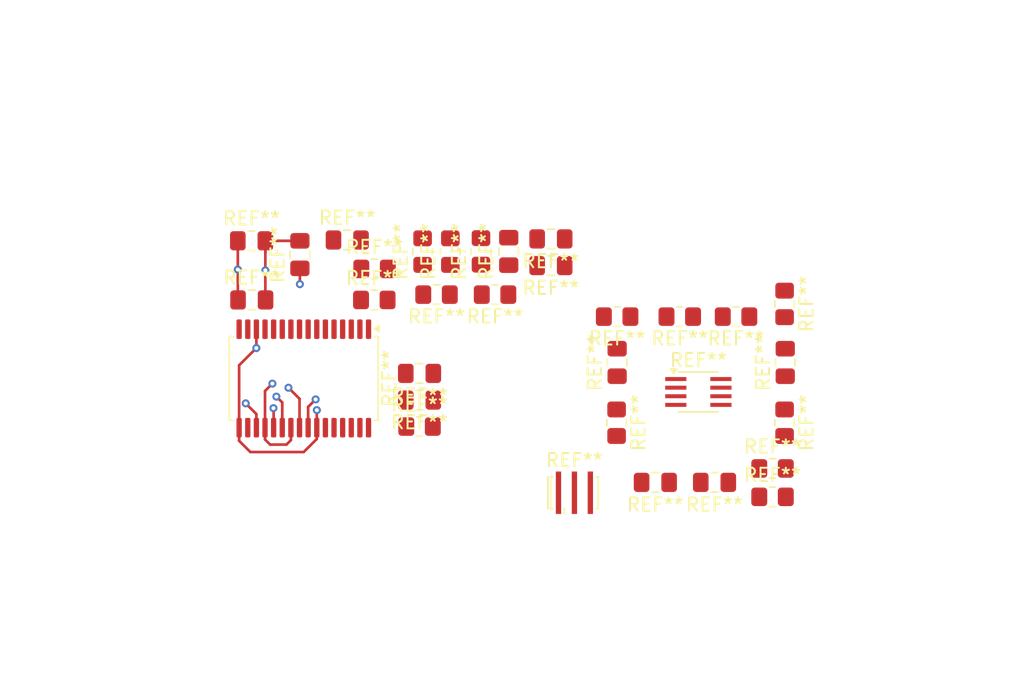
<source format=kicad_pcb>
(kicad_pcb (version 20240108) (generator "pcbnew") (generator_version "8.0")
  (layers (0 "F.Cu" signal) (31 "B.Cu" signal) (34 "B.Paste" user) (35 "F.Paste" user) (36 "B.SilkS" user "B.Silkscreen") (37 "F.SilkS" user "F.Silkscreen") (38 "B.Mask" user) (39 "F.Mask" user) (44 "Edge.Cuts" user))
  (net 0 "")
  (footprint "Resistor_SMD:R_0805_2012Metric_Pad1.20x1.40mm_HandSolder" (layer "F.Cu") (at 163.7 72.5 -90)
    (property "Reference" "REF**" (at 0 -1.65 90) (layer "F.SilkS"))
    (property "Value" "R_0805_2012Metric_Pad1.20x1.40mm_HandSolder")
    (fp_line (start -0.227064 0.735) (end 0.227064 0.735) (stroke (width 0.12)) (layer "F.SilkS"))
    (fp_line (start -0.227064 -0.735) (end 0.227064 -0.735) (stroke (width 0.12)) (layer "F.SilkS"))
    (pad "1" smd roundrect (at -1 0 270) (size 1.2 1.4) (layers "F.Cu" "F.Paste" "F.Mask") (roundrect_rratio 0.208333))
    (pad "2" smd roundrect (at 1 0 270) (size 1.2 1.4) (layers "F.Cu" "F.Paste" "F.Mask") (roundrect_rratio 0.208333))
  )
  (footprint "Capacitor_SMD:C_0805_2012Metric_Pad1.18x1.45mm_HandSolder" (layer "F.Cu") (at 153.96 85.957874 180)
    (property "Reference" "REF**" (at 0 -1.68 360) (layer "F.SilkS"))
    (property "Value" "C_0805_2012Metric_Pad1.18x1.45mm_HandSolder")
    (fp_line (start -0.261252 0.735) (end 0.261252 0.735) (stroke (width 0.12)) (layer "F.SilkS"))
    (fp_line (start -0.261252 -0.735) (end 0.261252 -0.735) (stroke (width 0.12)) (layer "F.SilkS"))
    (pad "1" smd roundrect (at -1.0375 0 180) (size 1.175 1.45) (layers "F.Cu" "F.Paste" "F.Mask") (roundrect_rratio 0.212766))
    (pad "2" smd roundrect (at 1.0375 0 180) (size 1.175 1.45) (layers "F.Cu" "F.Paste" "F.Mask") (roundrect_rratio 0.212766))
  )
  (footprint "Capacitor_SMD:C_0805_2012Metric_Pad1.18x1.45mm_HandSolder" (layer "F.Cu") (at 146.09 69.61 180)
    (property "Reference" "REF**" (at 0 -1.68 360) (layer "F.SilkS"))
    (property "Value" "C_0805_2012Metric_Pad1.18x1.45mm_HandSolder")
    (fp_line (start -0.261252 0.735) (end 0.261252 0.735) (stroke (width 0.12)) (layer "F.SilkS"))
    (fp_line (start -0.261252 -0.735) (end 0.261252 -0.735) (stroke (width 0.12)) (layer "F.SilkS"))
    (pad "1" smd roundrect (at -1.0375 0 180) (size 1.175 1.45) (layers "F.Cu" "F.Paste" "F.Mask") (roundrect_rratio 0.212766))
    (pad "2" smd roundrect (at 1.0375 0 180) (size 1.175 1.45) (layers "F.Cu" "F.Paste" "F.Mask") (roundrect_rratio 0.212766))
  )
  (footprint "Capacitor_SMD:C_0805_2012Metric_Pad1.18x1.45mm_HandSolder" (layer "F.Cu") (at 123.55 72.2)
    (property "Reference" "REF**" (at 0 -1.68 0) (layer "F.SilkS"))
    (property "Value" "C_0805_2012Metric_Pad1.18x1.45mm_HandSolder")
    (fp_line (start -0.261252 -0.735) (end 0.261252 -0.735) (stroke (width 0.12)) (layer "F.SilkS"))
    (fp_line (start -0.261252 0.735) (end 0.261252 0.735) (stroke (width 0.12)) (layer "F.SilkS"))
    (pad "1" smd roundrect (at -1.0375 0) (size 1.175 1.45) (layers "F.Cu" "F.Paste" "F.Mask") (roundrect_rratio 0.212766))
    (pad "2" smd roundrect (at 1.0375 0) (size 1.175 1.45) (layers "F.Cu" "F.Paste" "F.Mask") (roundrect_rratio 0.212766))
  )
  (footprint "Resistor_SMD:R_0805_2012Metric_Pad1.20x1.40mm_HandSolder" (layer "F.Cu") (at 162.79 87.05)
    (property "Reference" "REF**" (at 0 -1.65 360) (layer "F.SilkS"))
    (property "Value" "R_0805_2012Metric_Pad1.20x1.40mm_HandSolder")
    (fp_line (start -0.227064 -0.735) (end 0.227064 -0.735) (stroke (width 0.12)) (layer "F.SilkS"))
    (fp_line (start -0.227064 0.735) (end 0.227064 0.735) (stroke (width 0.12)) (layer "F.SilkS"))
    (pad "1" smd roundrect (at -1 0) (size 1.2 1.4) (layers "F.Cu" "F.Paste" "F.Mask") (roundrect_rratio 0.208333))
    (pad "2" smd roundrect (at 1 0) (size 1.2 1.4) (layers "F.Cu" "F.Paste" "F.Mask") (roundrect_rratio 0.208333))
  )
  (footprint "Capacitor_SMD:C_0805_2012Metric_Pad1.18x1.45mm_HandSolder" (layer "F.Cu") (at 163.748385 76.915263 90)
    (property "Reference" "REF**" (at 0 -1.68 90) (layer "F.SilkS"))
    (property "Value" "C_0805_2012Metric_Pad1.18x1.45mm_HandSolder")
    (fp_line (start -0.261252 -0.735) (end 0.261252 -0.735) (stroke (width 0.12)) (layer "F.SilkS"))
    (fp_line (start -0.261252 0.735) (end 0.261252 0.735) (stroke (width 0.12)) (layer "F.SilkS"))
    (pad "1" smd roundrect (at -1.0375 0 90) (size 1.175 1.45) (layers "F.Cu" "F.Paste" "F.Mask") (roundrect_rratio 0.212766))
    (pad "2" smd roundrect (at 1.0375 0 90) (size 1.175 1.45) (layers "F.Cu" "F.Paste" "F.Mask") (roundrect_rratio 0.212766))
  )
  (footprint "Resistor_SMD:R_0805_2012Metric_Pad1.20x1.40mm_HandSolder" (layer "F.Cu") (at 155.8 73.46 180)
    (property "Reference" "REF**" (at 0 -1.65 360) (layer "F.SilkS"))
    (property "Value" "R_0805_2012Metric_Pad1.20x1.40mm_HandSolder")
    (fp_line (start -0.227064 0.735) (end 0.227064 0.735) (stroke (width 0.12)) (layer "F.SilkS"))
    (fp_line (start -0.227064 -0.735) (end 0.227064 -0.735) (stroke (width 0.12)) (layer "F.SilkS"))
    (pad "1" smd roundrect (at -1 0 180) (size 1.2 1.4) (layers "F.Cu" "F.Paste" "F.Mask") (roundrect_rratio 0.208333))
    (pad "2" smd roundrect (at 1 0 180) (size 1.2 1.4) (layers "F.Cu" "F.Paste" "F.Mask") (roundrect_rratio 0.208333))
  )
  (footprint "Resistor_SMD:R_0805_2012Metric_Pad1.20x1.40mm_HandSolder" (layer "F.Cu") (at 140.82 68.539311 90)
    (property "Reference" "REF**" (at 0 -1.65 90) (layer "F.SilkS"))
    (property "Value" "R_0805_2012Metric_Pad1.20x1.40mm_HandSolder")
    (fp_line (start -0.227064 -0.735) (end 0.227064 -0.735) (stroke (width 0.12)) (layer "F.SilkS"))
    (fp_line (start -0.227064 0.735) (end 0.227064 0.735) (stroke (width 0.12)) (layer "F.SilkS"))
    (pad "1" smd roundrect (at -1 0 90) (size 1.2 1.4) (layers "F.Cu" "F.Paste" "F.Mask") (roundrect_rratio 0.208333))
    (pad "2" smd roundrect (at 1 0 90) (size 1.2 1.4) (layers "F.Cu" "F.Paste" "F.Mask") (roundrect_rratio 0.208333))
  )
  (footprint "Resistor_SMD:R_0805_2012Metric_Pad1.20x1.40mm_HandSolder" (layer "F.Cu") (at 160.04 73.46 180)
    (property "Reference" "REF**" (at 0 -1.65 360) (layer "F.SilkS"))
    (property "Value" "R_0805_2012Metric_Pad1.20x1.40mm_HandSolder")
    (fp_line (start -0.227064 0.735) (end 0.227064 0.735) (stroke (width 0.12)) (layer "F.SilkS"))
    (fp_line (start -0.227064 -0.735) (end 0.227064 -0.735) (stroke (width 0.12)) (layer "F.SilkS"))
    (pad "1" smd roundrect (at -1 0 180) (size 1.2 1.4) (layers "F.Cu" "F.Paste" "F.Mask") (roundrect_rratio 0.208333))
    (pad "2" smd roundrect (at 1 0 180) (size 1.2 1.4) (layers "F.Cu" "F.Paste" "F.Mask") (roundrect_rratio 0.208333))
  )
  (footprint "Capacitor_SMD:C_0805_2012Metric_Pad1.18x1.45mm_HandSolder" (layer "F.Cu") (at 142.91 68.54 90)
    (property "Reference" "REF**" (at 0 -1.68 90) (layer "F.SilkS"))
    (property "Value" "C_0805_2012Metric_Pad1.18x1.45mm_HandSolder")
    (fp_line (start -0.261252 -0.735) (end 0.261252 -0.735) (stroke (width 0.12)) (layer "F.SilkS"))
    (fp_line (start -0.261252 0.735) (end 0.261252 0.735) (stroke (width 0.12)) (layer "F.SilkS"))
    (pad "1" smd roundrect (at -1.0375 0 90) (size 1.175 1.45) (layers "F.Cu" "F.Paste" "F.Mask") (roundrect_rratio 0.212766))
    (pad "2" smd roundrect (at 1.0375 0 90) (size 1.175 1.45) (layers "F.Cu" "F.Paste" "F.Mask") (roundrect_rratio 0.212766))
  )
  (footprint "Capacitor_SMD:C_0805_2012Metric_Pad1.18x1.45mm_HandSolder" (layer "F.Cu") (at 127.1725 68.78 90)
    (property "Reference" "REF**" (at 0 -1.68 90) (layer "F.SilkS"))
    (property "Value" "C_0805_2012Metric_Pad1.18x1.45mm_HandSolder")
    (fp_line (start -0.261252 -0.735) (end 0.261252 -0.735) (stroke (width 0.12)) (layer "F.SilkS"))
    (fp_line (start -0.261252 0.735) (end 0.261252 0.735) (stroke (width 0.12)) (layer "F.SilkS"))
    (pad "1" smd roundrect (at -1.0375 0 90) (size 1.175 1.45) (layers "F.Cu" "F.Paste" "F.Mask") (roundrect_rratio 0.212766))
    (pad "2" smd roundrect (at 1.0375 0 90) (size 1.175 1.45) (layers "F.Cu" "F.Paste" "F.Mask") (roundrect_rratio 0.212766))
  )
  (footprint "Crystal:Resonator_SMD_Murata_CSTxExxV-3Pin_3.0x1.1mm_HandSoldering" (layer "F.Cu") (at 147.86 86.74)
    (property "Reference" "REF**" (at 0 -2.45 0) (layer "F.SilkS"))
    (property "Value" "Resonator_SMD_Murata_CSTxExxV-3Pin_3.0x1.1mm_HandSoldering")
    (fp_line (start -2 -1.2) (end -2 0.8) (stroke (width 0.12)) (layer "F.SilkS"))
    (fp_line (start -2 0.8) (end -2 1.2) (stroke (width 0.12)) (layer "F.SilkS"))
    (fp_line (start -1.8 -1.2) (end -1.65 -1.2) (stroke (width 0.12)) (layer "F.SilkS"))
    (fp_line (start -1.8 0.8) (end -1.8 -1.2) (stroke (width 0.12)) (layer "F.SilkS"))
    (fp_line (start -1.8 0.8) (end -1.8 1.2) (stroke (width 0.12)) (layer "F.SilkS"))
    (fp_line (start -1.8 1.2) (end -1.65 1.2) (stroke (width 0.12)) (layer "F.SilkS"))
    (fp_line (start -0.75 1.2) (end -0.8 1.2) (stroke (width 0.12)) (layer "F.SilkS"))
    (fp_line (start -0.75 1.2) (end -0.75 1.6) (stroke (width 0.12)) (layer "F.SilkS"))
    (fp_line (start 1.8 -1.2) (end 1.65 -1.2) (stroke (width 0.12)) (layer "F.SilkS"))
    (fp_line (start 1.8 -1.2) (end 1.8 0.8) (stroke (width 0.12)) (layer "F.SilkS"))
    (fp_line (start 1.8 0.8) (end 1.8 1.2) (stroke (width 0.12)) (layer "F.SilkS"))
    (fp_line (start 1.8 1.2) (end 1.65 1.2) (stroke (width 0.12)) (layer "F.SilkS"))
    (pad "1" smd rect (at -1.2 0) (size 0.4 3.2) (layers "F.Cu" "F.Paste" "F.Mask"))
    (pad "2" smd rect (at 0 0) (size 0.4 3.2) (layers "F.Cu" "F.Paste" "F.Mask"))
    (pad "3" smd rect (at 1.2 0) (size 0.4 3.2) (layers "F.Cu" "F.Paste" "F.Mask"))
  )
  (footprint "Resistor_SMD:R_0805_2012Metric_Pad1.20x1.40mm_HandSolder" (layer "F.Cu") (at 132.78 72.2)
    (property "Reference" "REF**" (at 0 -1.65 0) (layer "F.SilkS"))
    (property "Value" "R_0805_2012Metric_Pad1.20x1.40mm_HandSolder")
    (fp_line (start -0.227064 -0.735) (end 0.227064 -0.735) (stroke (width 0.12)) (layer "F.SilkS"))
    (fp_line (start -0.227064 0.735) (end 0.227064 0.735) (stroke (width 0.12)) (layer "F.SilkS"))
    (pad "1" smd roundrect (at -1 0) (size 1.2 1.4) (layers "F.Cu" "F.Paste" "F.Mask") (roundrect_rratio 0.208333))
    (pad "2" smd roundrect (at 1 0) (size 1.2 1.4) (layers "F.Cu" "F.Paste" "F.Mask") (roundrect_rratio 0.208333))
  )
  (footprint "Resistor_SMD:R_0805_2012Metric_Pad1.20x1.40mm_HandSolder" (layer "F.Cu") (at 132.8 69.86)
    (property "Reference" "REF**" (at 0 -1.65 0) (layer "F.SilkS"))
    (property "Value" "R_0805_2012Metric_Pad1.20x1.40mm_HandSolder")
    (fp_line (start -0.227064 -0.735) (end 0.227064 -0.735) (stroke (width 0.12)) (layer "F.SilkS"))
    (fp_line (start -0.227064 0.735) (end 0.227064 0.735) (stroke (width 0.12)) (layer "F.SilkS"))
    (pad "1" smd roundrect (at -1 0) (size 1.2 1.4) (layers "F.Cu" "F.Paste" "F.Mask") (roundrect_rratio 0.208333))
    (pad "2" smd roundrect (at 1 0) (size 1.2 1.4) (layers "F.Cu" "F.Paste" "F.Mask") (roundrect_rratio 0.208333))
  )
  (footprint "Resistor_SMD:R_0805_2012Metric_Pad1.20x1.40mm_HandSolder" (layer "F.Cu") (at 137.47 71.8 180)
    (property "Reference" "REF**" (at 0 -1.65 360) (layer "F.SilkS"))
    (property "Value" "R_0805_2012Metric_Pad1.20x1.40mm_HandSolder")
    (fp_line (start -0.227064 0.735) (end 0.227064 0.735) (stroke (width 0.12)) (layer "F.SilkS"))
    (fp_line (start -0.227064 -0.735) (end 0.227064 -0.735) (stroke (width 0.12)) (layer "F.SilkS"))
    (pad "1" smd roundrect (at -1 0 180) (size 1.2 1.4) (layers "F.Cu" "F.Paste" "F.Mask") (roundrect_rratio 0.208333))
    (pad "2" smd roundrect (at 1 0 180) (size 1.2 1.4) (layers "F.Cu" "F.Paste" "F.Mask") (roundrect_rratio 0.208333))
  )
  (footprint "Capacitor_SMD:C_0805_2012Metric_Pad1.18x1.45mm_HandSolder" (layer "F.Cu") (at 130.7425 67.68)
    (property "Reference" "REF**" (at 0 -1.68 0) (layer "F.SilkS"))
    (property "Value" "C_0805_2012Metric_Pad1.18x1.45mm_HandSolder")
    (fp_line (start -0.261252 -0.735) (end 0.261252 -0.735) (stroke (width 0.12)) (layer "F.SilkS"))
    (fp_line (start -0.261252 0.735) (end 0.261252 0.735) (stroke (width 0.12)) (layer "F.SilkS"))
    (pad "1" smd roundrect (at -1.0375 0) (size 1.175 1.45) (layers "F.Cu" "F.Paste" "F.Mask") (roundrect_rratio 0.212766))
    (pad "2" smd roundrect (at 1.0375 0) (size 1.175 1.45) (layers "F.Cu" "F.Paste" "F.Mask") (roundrect_rratio 0.212766))
  )
  (footprint "Capacitor_SMD:C_0805_2012Metric_Pad1.18x1.45mm_HandSolder" (layer "F.Cu") (at 158.418924 85.957874 180)
    (property "Reference" "REF**" (at 0 -1.68 360) (layer "F.SilkS"))
    (property "Value" "C_0805_2012Metric_Pad1.18x1.45mm_HandSolder")
    (fp_line (start -0.261252 0.735) (end 0.261252 0.735) (stroke (width 0.12)) (layer "F.SilkS"))
    (fp_line (start -0.261252 -0.735) (end 0.261252 -0.735) (stroke (width 0.12)) (layer "F.SilkS"))
    (pad "1" smd roundrect (at -1.0375 0 180) (size 1.175 1.45) (layers "F.Cu" "F.Paste" "F.Mask") (roundrect_rratio 0.212766))
    (pad "2" smd roundrect (at 1.0375 0 180) (size 1.175 1.45) (layers "F.Cu" "F.Paste" "F.Mask") (roundrect_rratio 0.212766))
  )
  (footprint "Resistor_SMD:R_0805_2012Metric_Pad1.20x1.40mm_HandSolder" (layer "F.Cu") (at 138.51 68.555143 90)
    (property "Reference" "REF**" (at 0 -1.65 90) (layer "F.SilkS"))
    (property "Value" "R_0805_2012Metric_Pad1.20x1.40mm_HandSolder")
    (fp_line (start -0.227064 -0.735) (end 0.227064 -0.735) (stroke (width 0.12)) (layer "F.SilkS"))
    (fp_line (start -0.227064 0.735) (end 0.227064 0.735) (stroke (width 0.12)) (layer "F.SilkS"))
    (pad "1" smd roundrect (at -1 0 90) (size 1.2 1.4) (layers "F.Cu" "F.Paste" "F.Mask") (roundrect_rratio 0.208333))
    (pad "2" smd roundrect (at 1 0 90) (size 1.2 1.4) (layers "F.Cu" "F.Paste" "F.Mask") (roundrect_rratio 0.208333))
  )
  (footprint "Resistor_SMD:R_0805_2012Metric_Pad1.20x1.40mm_HandSolder" (layer "F.Cu") (at 151.08 73.46 180)
    (property "Reference" "REF**" (at 0 -1.65 360) (layer "F.SilkS"))
    (property "Value" "R_0805_2012Metric_Pad1.20x1.40mm_HandSolder")
    (fp_line (start -0.227064 0.735) (end 0.227064 0.735) (stroke (width 0.12)) (layer "F.SilkS"))
    (fp_line (start -0.227064 -0.735) (end 0.227064 -0.735) (stroke (width 0.12)) (layer "F.SilkS"))
    (pad "1" smd roundrect (at -1 0 180) (size 1.2 1.4) (layers "F.Cu" "F.Paste" "F.Mask") (roundrect_rratio 0.208333))
    (pad "2" smd roundrect (at 1 0 180) (size 1.2 1.4) (layers "F.Cu" "F.Paste" "F.Mask") (roundrect_rratio 0.208333))
  )
  (footprint "Capacitor_SMD:C_0805_2012Metric_Pad1.18x1.45mm_HandSolder" (layer "F.Cu") (at 136.19 79.75 180)
    (property "Reference" "REF**" (at 0 -1.68 360) (layer "F.SilkS"))
    (property "Value" "C_0805_2012Metric_Pad1.18x1.45mm_HandSolder")
    (fp_line (start -0.261252 0.735) (end 0.261252 0.735) (stroke (width 0.12)) (layer "F.SilkS"))
    (fp_line (start -0.261252 -0.735) (end 0.261252 -0.735) (stroke (width 0.12)) (layer "F.SilkS"))
    (pad "1" smd roundrect (at -1.0375 0 180) (size 1.175 1.45) (layers "F.Cu" "F.Paste" "F.Mask") (roundrect_rratio 0.212766))
    (pad "2" smd roundrect (at 1.0375 0 180) (size 1.175 1.45) (layers "F.Cu" "F.Paste" "F.Mask") (roundrect_rratio 0.212766))
  )
  (footprint "Resistor_SMD:R_0805_2012Metric_Pad1.20x1.40mm_HandSolder" (layer "F.Cu") (at 151.04 81.46 -90)
    (property "Reference" "REF**" (at 0 -1.65 90) (layer "F.SilkS"))
    (property "Value" "R_0805_2012Metric_Pad1.20x1.40mm_HandSolder")
    (fp_line (start -0.227064 0.735) (end 0.227064 0.735) (stroke (width 0.12)) (layer "F.SilkS"))
    (fp_line (start -0.227064 -0.735) (end 0.227064 -0.735) (stroke (width 0.12)) (layer "F.SilkS"))
    (pad "1" smd roundrect (at -1 0 270) (size 1.2 1.4) (layers "F.Cu" "F.Paste" "F.Mask") (roundrect_rratio 0.208333))
    (pad "2" smd roundrect (at 1 0 270) (size 1.2 1.4) (layers "F.Cu" "F.Paste" "F.Mask") (roundrect_rratio 0.208333))
  )
  (footprint "Resistor_SMD:R_0805_2012Metric_Pad1.20x1.40mm_HandSolder" (layer "F.Cu") (at 162.79 84.91)
    (property "Reference" "REF**" (at 0 -1.65 360) (layer "F.SilkS"))
    (property "Value" "R_0805_2012Metric_Pad1.20x1.40mm_HandSolder")
    (fp_line (start -0.227064 -0.735) (end 0.227064 -0.735) (stroke (width 0.12)) (layer "F.SilkS"))
    (fp_line (start -0.227064 0.735) (end 0.227064 0.735) (stroke (width 0.12)) (layer "F.SilkS"))
    (pad "1" smd roundrect (at -1 0) (size 1.2 1.4) (layers "F.Cu" "F.Paste" "F.Mask") (roundrect_rratio 0.208333))
    (pad "2" smd roundrect (at 1 0) (size 1.2 1.4) (layers "F.Cu" "F.Paste" "F.Mask") (roundrect_rratio 0.208333))
  )
  (footprint "Capacitor_SMD:C_0805_2012Metric_Pad1.18x1.45mm_HandSolder" (layer "F.Cu") (at 151.08 76.915263 90)
    (property "Reference" "REF**" (at 0 -1.68 90) (layer "F.SilkS"))
    (property "Value" "C_0805_2012Metric_Pad1.18x1.45mm_HandSolder")
    (fp_line (start -0.261252 -0.735) (end 0.261252 -0.735) (stroke (width 0.12)) (layer "F.SilkS"))
    (fp_line (start -0.261252 0.735) (end 0.261252 0.735) (stroke (width 0.12)) (layer "F.SilkS"))
    (pad "1" smd roundrect (at -1.0375 0 90) (size 1.175 1.45) (layers "F.Cu" "F.Paste" "F.Mask") (roundrect_rratio 0.212766))
    (pad "2" smd roundrect (at 1.0375 0 90) (size 1.175 1.45) (layers "F.Cu" "F.Paste" "F.Mask") (roundrect_rratio 0.212766))
  )
  (footprint "Capacitor_SMD:C_0805_2012Metric_Pad1.18x1.45mm_HandSolder" (layer "F.Cu") (at 146.09 67.6 180)
    (property "Reference" "REF**" (at 0 -1.68 360) (layer "F.SilkS"))
    (property "Value" "C_0805_2012Metric_Pad1.18x1.45mm_HandSolder")
    (fp_line (start -0.261252 0.735) (end 0.261252 0.735) (stroke (width 0.12)) (layer "F.SilkS"))
    (fp_line (start -0.261252 -0.735) (end 0.261252 -0.735) (stroke (width 0.12)) (layer "F.SilkS"))
    (pad "1" smd roundrect (at -1.0375 0 180) (size 1.175 1.45) (layers "F.Cu" "F.Paste" "F.Mask") (roundrect_rratio 0.212766))
    (pad "2" smd roundrect (at 1.0375 0 180) (size 1.175 1.45) (layers "F.Cu" "F.Paste" "F.Mask") (roundrect_rratio 0.212766))
  )
  (footprint "Resistor_SMD:R_0805_2012Metric_Pad1.20x1.40mm_HandSolder" (layer "F.Cu") (at 136.19 81.75)
    (property "Reference" "REF**" (at 0 -1.65 0) (layer "F.SilkS"))
    (property "Value" "R_0805_2012Metric_Pad1.20x1.40mm_HandSolder")
    (fp_line (start -0.227064 -0.735) (end 0.227064 -0.735) (stroke (width 0.12)) (layer "F.SilkS"))
    (fp_line (start -0.227064 0.735) (end 0.227064 0.735) (stroke (width 0.12)) (layer "F.SilkS"))
    (pad "1" smd roundrect (at -1 0) (size 1.2 1.4) (layers "F.Cu" "F.Paste" "F.Mask") (roundrect_rratio 0.208333))
    (pad "2" smd roundrect (at 1 0) (size 1.2 1.4) (layers "F.Cu" "F.Paste" "F.Mask") (roundrect_rratio 0.208333))
  )
  (footprint "Resistor_SMD:R_0805_2012Metric_Pad1.20x1.40mm_HandSolder" (layer "F.Cu") (at 141.88 71.8 180)
    (property "Reference" "REF**" (at 0 -1.65 360) (layer "F.SilkS"))
    (property "Value" "R_0805_2012Metric_Pad1.20x1.40mm_HandSolder")
    (fp_line (start -0.227064 0.735) (end 0.227064 0.735) (stroke (width 0.12)) (layer "F.SilkS"))
    (fp_line (start -0.227064 -0.735) (end 0.227064 -0.735) (stroke (width 0.12)) (layer "F.SilkS"))
    (pad "1" smd roundrect (at -1 0 180) (size 1.2 1.4) (layers "F.Cu" "F.Paste" "F.Mask") (roundrect_rratio 0.208333))
    (pad "2" smd roundrect (at 1 0 180) (size 1.2 1.4) (layers "F.Cu" "F.Paste" "F.Mask") (roundrect_rratio 0.208333))
  )
  (footprint "Resistor_SMD:R_0805_2012Metric_Pad1.20x1.40mm_HandSolder" (layer "F.Cu") (at 136.42079 68.555143 90)
    (property "Reference" "REF**" (at 0 -1.65 90) (layer "F.SilkS"))
    (property "Value" "R_0805_2012Metric_Pad1.20x1.40mm_HandSolder")
    (fp_line (start -0.227064 -0.735) (end 0.227064 -0.735) (stroke (width 0.12)) (layer "F.SilkS"))
    (fp_line (start -0.227064 0.735) (end 0.227064 0.735) (stroke (width 0.12)) (layer "F.SilkS"))
    (pad "1" smd roundrect (at -1 0 90) (size 1.2 1.4) (layers "F.Cu" "F.Paste" "F.Mask") (roundrect_rratio 0.208333))
    (pad "2" smd roundrect (at 1 0 90) (size 1.2 1.4) (layers "F.Cu" "F.Paste" "F.Mask") (roundrect_rratio 0.208333))
  )
  (footprint "Capacitor_SMD:C_0805_2012Metric_Pad1.18x1.45mm_HandSolder" (layer "F.Cu") (at 136.19 77.74 180)
    (property "Reference" "REF**" (at 0 -1.68 360) (layer "F.SilkS"))
    (property "Value" "C_0805_2012Metric_Pad1.18x1.45mm_HandSolder")
    (fp_line (start -0.261252 0.735) (end 0.261252 0.735) (stroke (width 0.12)) (layer "F.SilkS"))
    (fp_line (start -0.261252 -0.735) (end 0.261252 -0.735) (stroke (width 0.12)) (layer "F.SilkS"))
    (pad "1" smd roundrect (at -1.0375 0 180) (size 1.175 1.45) (layers "F.Cu" "F.Paste" "F.Mask") (roundrect_rratio 0.212766))
    (pad "2" smd roundrect (at 1.0375 0 180) (size 1.175 1.45) (layers "F.Cu" "F.Paste" "F.Mask") (roundrect_rratio 0.212766))
  )
  (footprint "Resistor_SMD:R_0805_2012Metric_Pad1.20x1.40mm_HandSolder" (layer "F.Cu") (at 163.7 81.46 -90)
    (property "Reference" "REF**" (at 0 -1.65 90) (layer "F.SilkS"))
    (property "Value" "R_0805_2012Metric_Pad1.20x1.40mm_HandSolder")
    (fp_line (start -0.227064 0.735) (end 0.227064 0.735) (stroke (width 0.12)) (layer "F.SilkS"))
    (fp_line (start -0.227064 -0.735) (end 0.227064 -0.735) (stroke (width 0.12)) (layer "F.SilkS"))
    (pad "1" smd roundrect (at -1 0 270) (size 1.2 1.4) (layers "F.Cu" "F.Paste" "F.Mask") (roundrect_rratio 0.208333))
    (pad "2" smd roundrect (at 1 0 270) (size 1.2 1.4) (layers "F.Cu" "F.Paste" "F.Mask") (roundrect_rratio 0.208333))
  )
  (footprint "Package_SO:TSSOP-32_6.1x11mm_P0.65mm" (layer "F.Cu") (at 127.47 78.12 -90)
    (property "Reference" "REF**" (at 0 -6.45 90) (layer "F.SilkS"))
    (property "Value" "TSSOP-32_6.1x11mm_P0.65mm")
    (fp_line (start -3.16 5.61) (end -3.16 5.335) (stroke (width 0.12)) (layer "F.SilkS"))
    (fp_line (start 0 5.61) (end -3.16 5.61) (stroke (width 0.12)) (layer "F.SilkS"))
    (fp_line (start 0 5.61) (end 3.16 5.61) (stroke (width 0.12)) (layer "F.SilkS"))
    (fp_line (start 3.16 5.61) (end 3.16 5.335) (stroke (width 0.12)) (layer "F.SilkS"))
    (fp_line (start -3.16 -5.61) (end -3.16 -5.335) (stroke (width 0.12)) (layer "F.SilkS"))
    (fp_line (start 0 -5.61) (end -3.16 -5.61) (stroke (width 0.12)) (layer "F.SilkS"))
    (fp_line (start 0 -5.61) (end 3.16 -5.61) (stroke (width 0.12)) (layer "F.SilkS"))
    (fp_line (start 3.16 -5.61) (end 3.16 -5.335) (stroke (width 0.12)) (layer "F.SilkS"))
    (fp_poly (pts (xy -3.75 -5.335) (xy -3.99 -5.665) (xy -3.51 -5.665) (xy -3.75 -5.335)) (stroke (width 0.12)) (fill solid) (layer "F.SilkS"))
    (pad "1" smd roundrect (at -3.7125 -4.875 270) (size 1.475 0.4) (layers "F.Cu" "F.Paste" "F.Mask"))
    (pad "2" smd roundrect (at -3.7125 -4.225 270) (size 1.475 0.4) (layers "F.Cu" "F.Paste" "F.Mask"))
    (pad "3" smd roundrect (at -3.7125 -3.575 270) (size 1.475 0.4) (layers "F.Cu" "F.Paste" "F.Mask"))
    (pad "4" smd roundrect (at -3.7125 -2.925 270) (size 1.475 0.4) (layers "F.Cu" "F.Paste" "F.Mask"))
    (pad "5" smd roundrect (at -3.7125 -2.275 270) (size 1.475 0.4) (layers "F.Cu" "F.Paste" "F.Mask"))
    (pad "6" smd roundrect (at -3.7125 -1.625 270) (size 1.475 0.4) (layers "F.Cu" "F.Paste" "F.Mask"))
    (pad "7" smd roundrect (at -3.7125 -0.975 270) (size 1.475 0.4) (layers "F.Cu" "F.Paste" "F.Mask"))
    (pad "8" smd roundrect (at -3.7125 -0.325 270) (size 1.475 0.4) (layers "F.Cu" "F.Paste" "F.Mask"))
    (pad "9" smd roundrect (at -3.7125 0.325 270) (size 1.475 0.4) (layers "F.Cu" "F.Paste" "F.Mask"))
    (pad "10" smd roundrect (at -3.7125 0.975 270) (size 1.475 0.4) (layers "F.Cu" "F.Paste" "F.Mask"))
    (pad "11" smd roundrect (at -3.7125 1.625 270) (size 1.475 0.4) (layers "F.Cu" "F.Paste" "F.Mask"))
    (pad "12" smd roundrect (at -3.7125 2.275 270) (size 1.475 0.4) (layers "F.Cu" "F.Paste" "F.Mask"))
    (pad "13" smd roundrect (at -3.7125 2.925 270) (size 1.475 0.4) (layers "F.Cu" "F.Paste" "F.Mask"))
    (pad "14" smd roundrect (at -3.7125 3.575 270) (size 1.475 0.4) (layers "F.Cu" "F.Paste" "F.Mask"))
    (pad "15" smd roundrect (at -3.7125 4.225 270) (size 1.475 0.4) (layers "F.Cu" "F.Paste" "F.Mask"))
    (pad "16" smd roundrect (at -3.7125 4.875 270) (size 1.475 0.4) (layers "F.Cu" "F.Paste" "F.Mask"))
    (pad "17" smd roundrect (at 3.7125 4.875 270) (size 1.475 0.4) (layers "F.Cu" "F.Paste" "F.Mask"))
    (pad "18" smd roundrect (at 3.7125 4.225 270) (size 1.475 0.4) (layers "F.Cu" "F.Paste" "F.Mask"))
    (pad "19" smd roundrect (at 3.7125 3.575 270) (size 1.475 0.4) (layers "F.Cu" "F.Paste" "F.Mask"))
    (pad "20" smd roundrect (at 3.7125 2.925 270) (size 1.475 0.4) (layers "F.Cu" "F.Paste" "F.Mask"))
    (pad "21" smd roundrect (at 3.7125 2.275 270) (size 1.475 0.4) (layers "F.Cu" "F.Paste" "F.Mask"))
    (pad "22" smd roundrect (at 3.7125 1.625 270) (size 1.475 0.4) (layers "F.Cu" "F.Paste" "F.Mask"))
    (pad "23" smd roundrect (at 3.7125 0.975 270) (size 1.475 0.4) (layers "F.Cu" "F.Paste" "F.Mask"))
    (pad "24" smd roundrect (at 3.7125 0.325 270) (size 1.475 0.4) (layers "F.Cu" "F.Paste" "F.Mask"))
    (pad "25" smd roundrect (at 3.7125 -0.325 270) (size 1.475 0.4) (layers "F.Cu" "F.Paste" "F.Mask"))
    (pad "26" smd roundrect (at 3.7125 -0.975 270) (size 1.475 0.4) (layers "F.Cu" "F.Paste" "F.Mask"))
    (pad "27" smd roundrect (at 3.7125 -1.625 270) (size 1.475 0.4) (layers "F.Cu" "F.Paste" "F.Mask"))
    (pad "28" smd roundrect (at 3.7125 -2.275 270) (size 1.475 0.4) (layers "F.Cu" "F.Paste" "F.Mask"))
    (pad "29" smd roundrect (at 3.7125 -2.925 270) (size 1.475 0.4) (layers "F.Cu" "F.Paste" "F.Mask"))
    (pad "30" smd roundrect (at 3.7125 -3.575 270) (size 1.475 0.4) (layers "F.Cu" "F.Paste" "F.Mask"))
    (pad "31" smd roundrect (at 3.7125 -4.225 270) (size 1.475 0.4) (layers "F.Cu" "F.Paste" "F.Mask"))
    (pad "32" smd roundrect (at 3.7125 -4.875 270) (size 1.475 0.4) (layers "F.Cu" "F.Paste" "F.Mask"))
  )
  (footprint "Package_SO:SSOP-8_2.95x2.8mm_P0.65mm" (layer "F.Cu") (at 157.2 79.14)
    (property "Reference" "REF**" (at 0 -2.4 0) (layer "F.SilkS"))
    (property "Value" "SSOP-8_2.95x2.8mm_P0.65mm")
    (fp_line (start 1.5 -1.5) (end -1.5 -1.5) (stroke (width 0.12)) (layer "F.SilkS"))
    (fp_line (start 1.5 1.5) (end -1.5 1.5) (stroke (width 0.12)) (layer "F.SilkS"))
    (fp_poly (pts (xy -1.85 -1.4) (xy -2.09 -1.73) (xy -1.61 -1.73) (xy -1.85 -1.4)) (stroke (width 0.12)) (fill solid) (layer "F.SilkS"))
    (pad "1" smd rect (at -1.7 -0.975 270) (size 0.3 1.6) (layers "F.Cu" "F.Paste" "F.Mask"))
    (pad "2" smd rect (at -1.7 -0.325 270) (size 0.3 1.6) (layers "F.Cu" "F.Paste" "F.Mask"))
    (pad "3" smd rect (at -1.7 0.325 270) (size 0.3 1.6) (layers "F.Cu" "F.Paste" "F.Mask"))
    (pad "4" smd rect (at -1.7 0.975 270) (size 0.3 1.6) (layers "F.Cu" "F.Paste" "F.Mask"))
    (pad "5" smd rect (at 1.7 0.975 270) (size 0.3 1.6) (layers "F.Cu" "F.Paste" "F.Mask"))
    (pad "6" smd rect (at 1.7 0.325 270) (size 0.3 1.6) (layers "F.Cu" "F.Paste" "F.Mask"))
    (pad "7" smd rect (at 1.7 -0.325 270) (size 0.3 1.6) (layers "F.Cu" "F.Paste" "F.Mask"))
    (pad "8" smd rect (at 1.7 -0.975 270) (size 0.3 1.6) (layers "F.Cu" "F.Paste" "F.Mask"))
  )
  (footprint "Capacitor_SMD:C_0805_2012Metric_Pad1.18x1.45mm_HandSolder" (layer "F.Cu") (at 123.5325 67.74)
    (property "Reference" "REF**" (at 0 -1.68 0) (layer "F.SilkS"))
    (property "Value" "C_0805_2012Metric_Pad1.18x1.45mm_HandSolder")
    (fp_line (start -0.261252 -0.735) (end 0.261252 -0.735) (stroke (width 0.12)) (layer "F.SilkS"))
    (fp_line (start -0.261252 0.735) (end 0.261252 0.735) (stroke (width 0.12)) (layer "F.SilkS"))
    (pad "1" smd roundrect (at -1.0375 0) (size 1.175 1.45) (layers "F.Cu" "F.Paste" "F.Mask") (roundrect_rratio 0.212766))
    (pad "2" smd roundrect (at 1.0375 0) (size 1.175 1.45) (layers "F.Cu" "F.Paste" "F.Mask") (roundrect_rratio 0.212766))
  )
  (segment (start 124.57 68.57) (end 124.5775 68.5625) (width 0.2) (layer "F.Cu") (net 0))
  (segment (start 124.545 81.8325) (end 124.545 79.065) (width 0.2) (layer "F.Cu") (net 0))
  (segment (start 128.445 80.515) (end 128.45 80.51) (width 0.2) (layer "F.Cu") (net 0))
  (segment (start 124.545 82.725) (end 124.93 83.11) (width 0.2) (layer "F.Cu") (net 0))
  (segment (start 123.895 74.4075) (end 123.895 75.825) (width 0.2) (layer "F.Cu") (net 0))
  (segment (start 128.445 81.8325) (end 128.445 80.515) (width 0.2) (layer "F.Cu") (net 0))
  (segment (start 125.845 81.8325) (end 125.845 79.935) (width 0.2) (layer "F.Cu") (net 0))
  (segment (start 127.145 79.655) (end 126.31 78.82) (width 0.2) (layer "F.Cu") (net 0))
  (segment (start 127.795 81.8325) (end 127.795 80.265) (width 0.2) (layer "F.Cu") (net 0))
  (segment (start 123.895 81.8325) (end 123.895 80.805) (width 0.2) (layer "F.Cu") (net 0))
  (segment (start 124.57 72.1825) (end 124.5875 72.2) (width 0.2) (layer "F.Cu") (net 0))
  (segment (start 124.57 69.97) (end 124.57 72.1825) (width 0.2) (layer "F.Cu") (net 0))
  (segment (start 123.89 75.83) (end 122.595 77.125) (width 0.2) (layer "F.Cu") (net 0))
  (segment (start 122.595 81.8325) (end 122.595 82.815) (width 0.2) (layer "F.Cu") (net 0))
  (segment (start 122.495 69.91) (end 122.495 67.74) (width 0.2) (layer "F.Cu") (net 0))
  (segment (start 127.795 80.265) (end 128.36 79.7) (width 0.2) (layer "F.Cu") (net 0))
  (segment (start 125.195 81.8325) (end 125.195 80.375) (width 0.2) (layer "F.Cu") (net 0))
  (segment (start 124.665 67.7425) (end 127.1725 67.7425) (width 0.2) (layer "F.Cu") (net 0))
  (segment (start 125.845 79.935) (end 125.4 79.49) (width 0.2) (layer "F.Cu") (net 0))
  (segment (start 122.595 82.815) (end 122.59 82.82) (width 0.2) (layer "F.Cu") (net 0))
  (segment (start 124.57 68.67) (end 124.57 68.57) (width 0.2) (layer "F.Cu") (net 0))
  (segment (start 127.1725 69.8175) (end 127.1725 71.01) (width 0.2) (layer "F.Cu") (net 0))
  (segment (start 126.16 83.11) (end 126.495 82.775) (width 0.2) (layer "F.Cu") (net 0))
  (segment (start 124.57 69.97) (end 124.57 68.67) (width 0.2) (layer "F.Cu") (net 0))
  (segment (start 123.44 83.67) (end 127.46 83.67) (width 0.2) (layer "F.Cu") (net 0))
  (segment (start 128.445 82.685) (end 128.445 81.8325) (width 0.2) (layer "F.Cu") (net 0))
  (segment (start 125.195 80.375) (end 125.18 80.36) (width 0.2) (layer "F.Cu") (net 0))
  (segment (start 124.545 79.065) (end 125.1 78.51) (width 0.2) (layer "F.Cu") (net 0))
  (segment (start 124.545 81.8325) (end 124.545 82.725) (width 0.2) (layer "F.Cu") (net 0))
  (segment (start 123.895 80.805) (end 123.09 80) (width 0.2) (layer "F.Cu") (net 0))
  (segment (start 122.495 72.1825) (end 122.5125 72.2) (width 0.2) (layer "F.Cu") (net 0))
  (segment (start 126.495 82.775) (end 126.495 81.8325) (width 0.2) (layer "F.Cu") (net 0))
  (segment (start 124.57 68.67) (end 124.57 67.74) (width 0.2) (layer "F.Cu") (net 0))
  (segment (start 122.595 77.125) (end 122.595 81.8325) (width 0.2) (layer "F.Cu") (net 0))
  (segment (start 124.6625 67.74) (end 124.665 67.7425) (width 0.2) (layer "F.Cu") (net 0))
  (segment (start 124.57 67.74) (end 124.6625 67.74) (width 0.2) (layer "F.Cu") (net 0))
  (segment (start 124.93 83.11) (end 126.16 83.11) (width 0.2) (layer "F.Cu") (net 0))
  (segment (start 127.46 83.67) (end 128.445 82.685) (width 0.2) (layer "F.Cu") (net 0))
  (segment (start 123.895 75.825) (end 123.89 75.83) (width 0.2) (layer "F.Cu") (net 0))
  (segment (start 127.145 81.8325) (end 127.145 79.655) (width 0.2) (layer "F.Cu") (net 0))
  (segment (start 122.495 69.91) (end 122.495 72.1825) (width 0.2) (layer "F.Cu") (net 0))
  (segment (start 122.59 82.82) (end 123.44 83.67) (width 0.2) (layer "F.Cu") (net 0))
  (via (at 125.18 80.36) (size 0.6) (drill 0.3) (layers "F.Cu" "B.Cu") (net 0))
  (via (at 128.36 79.7) (size 0.6) (drill 0.3) (layers "F.Cu" "B.Cu") (net 0))
  (via (at 124.57 69.97) (size 0.6) (drill 0.3) (layers "F.Cu" "B.Cu") (net 0))
  (via (at 127.1725 71.01) (size 0.6) (drill 0.3) (layers "F.Cu" "B.Cu") (net 0))
  (via (at 123.09 80) (size 0.6) (drill 0.3) (layers "F.Cu" "B.Cu") (net 0))
  (via (at 128.45 80.51) (size 0.6) (drill 0.3) (layers "F.Cu" "B.Cu") (net 0))
  (via (at 122.495 69.91) (size 0.6) (drill 0.3) (layers "F.Cu" "B.Cu") (net 0))
  (via (at 126.31 78.82) (size 0.6) (drill 0.3) (layers "F.Cu" "B.Cu") (net 0))
  (via (at 123.89 75.83) (size 0.6) (drill 0.3) (layers "F.Cu" "B.Cu") (net 0))
  (via (at 125.1 78.51) (size 0.6) (drill 0.3) (layers "F.Cu" "B.Cu") (net 0))
  (via (at 125.4 79.49) (size 0.6) (drill 0.3) (layers "F.Cu" "B.Cu") (net 0))
)
</source>
